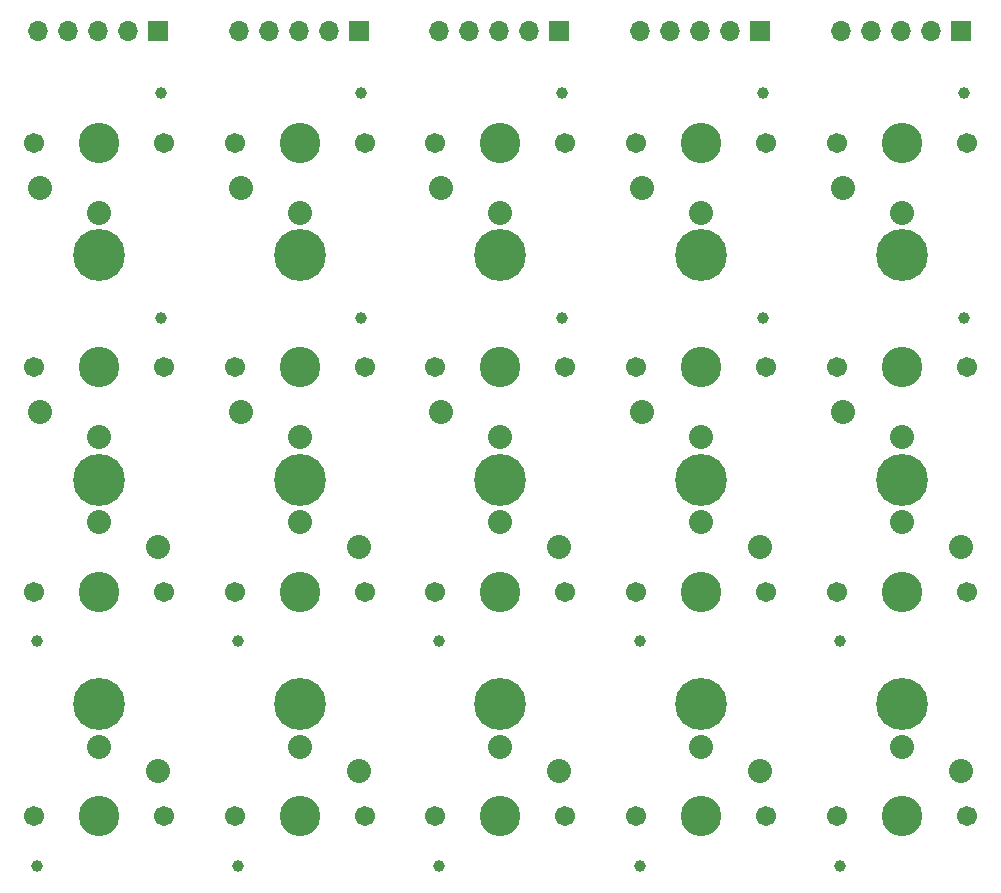
<source format=gts>
%MOIN*%
%OFA0B0*%
%FSLAX46Y46*%
%IPPOS*%
%LPD*%
%ADD10R,0.066929133858267723X0.066929133858267723*%
%ADD11O,0.066929133858267723X0.066929133858267723*%
%ADD12C,0.135*%
%ADD13C,0.08*%
%ADD14C,0.039000000000000007*%
%ADD15C,0.067*%
%ADD16C,0.17322834645669294*%
%ADD27R,0.066929133858267723X0.066929133858267723*%
%ADD28O,0.066929133858267723X0.066929133858267723*%
%ADD29C,0.135*%
%ADD30C,0.08*%
%ADD31C,0.039000000000000007*%
%ADD32C,0.067*%
%ADD33C,0.17322834645669294*%
%ADD34R,0.066929133858267723X0.066929133858267723*%
%ADD35O,0.066929133858267723X0.066929133858267723*%
%ADD36C,0.135*%
%ADD37C,0.08*%
%ADD38C,0.039000000000000007*%
%ADD39C,0.067*%
%ADD40C,0.17322834645669294*%
%ADD41R,0.066929133858267723X0.066929133858267723*%
%ADD42O,0.066929133858267723X0.066929133858267723*%
%ADD43C,0.135*%
%ADD44C,0.08*%
%ADD45C,0.039000000000000007*%
%ADD46C,0.067*%
%ADD47C,0.17322834645669294*%
%ADD48R,0.066929133858267723X0.066929133858267723*%
%ADD49O,0.066929133858267723X0.066929133858267723*%
%ADD50C,0.135*%
%ADD51C,0.08*%
%ADD52C,0.039000000000000007*%
%ADD53C,0.067*%
%ADD54C,0.17322834645669294*%
G01*
D10*
X-0005905511Y0004114173D02*
X0000492125Y0002913385D03*
D11*
X0000392125Y0002913385D03*
X0000292125Y0002913385D03*
X0000192125Y0002913385D03*
X0000092125Y0002913385D03*
D12*
X0000295275Y0002539370D03*
D13*
X0000098425Y0002389763D03*
X0000295275Y0002307086D03*
D14*
X0000500787Y0002704724D03*
D15*
X0000511811Y0002539370D03*
X0000078740Y0002539370D03*
D16*
X0000295275Y0000669291D03*
X0000295275Y0001417322D03*
X0000295275Y0002165354D03*
D12*
X0000295275Y0000295275D03*
D13*
X0000492125Y0000444881D03*
X0000295275Y0000527559D03*
D14*
X0000089763Y0000129921D03*
D15*
X0000078740Y0000295275D03*
X0000511811Y0000295275D03*
D12*
X0000295275Y0001043307D03*
D13*
X0000492125Y0001192913D03*
X0000295275Y0001275590D03*
D14*
X0000089763Y0000877952D03*
D15*
X0000078740Y0001043307D03*
X0000511811Y0001043307D03*
D12*
X0000295275Y0001791338D03*
D13*
X0000098425Y0001641732D03*
X0000295275Y0001559055D03*
D14*
X0000500787Y0001956692D03*
D15*
X0000511811Y0001791338D03*
X0000078740Y0001791338D03*
G04 next file*
G04 #@! TF.GenerationSoftware,KiCad,Pcbnew,7.0.2*
G04 #@! TF.CreationDate,2023-05-08T17:21:18+01:00*
G04 #@! TF.ProjectId,heron,6865726f-6e2e-46b6-9963-61645f706362,rev?*
G04 #@! TF.SameCoordinates,Original*
G04 #@! TF.FileFunction,Soldermask,Top*
G04 #@! TF.FilePolarity,Negative*
G04 Gerber Fmt 4.6, Leading zero omitted, Abs format (unit mm)*
G04 Created by KiCad (PCBNEW 7.0.2) date 2023-05-08 17:21:18*
G01*
G04 APERTURE LIST*
G04 APERTURE END LIST*
D27*
G04 #@! TO.C,J1*
X-0005236220Y0004114173D02*
X0001161417Y0002913385D03*
D28*
X0001061417Y0002913385D03*
X0000961417Y0002913385D03*
X0000861417Y0002913385D03*
X0000761417Y0002913385D03*
G04 #@! TD*
D29*
G04 #@! TO.C,SW1*
X0000964566Y0002539370D03*
D30*
X0000767716Y0002389763D03*
X0000964566Y0002307086D03*
D31*
X0001170078Y0002704724D03*
D32*
X0001181102Y0002539370D03*
X0000748031Y0002539370D03*
G04 #@! TD*
D33*
G04 #@! TO.C,H3*
X0000964566Y0000669291D03*
G04 #@! TD*
G04 #@! TO.C,H2*
X0000964566Y0001417322D03*
G04 #@! TD*
G04 #@! TO.C,H1*
X0000964566Y0002165354D03*
G04 #@! TD*
D29*
G04 #@! TO.C,SW4*
X0000964566Y0000295275D03*
D30*
X0001161417Y0000444881D03*
X0000964566Y0000527559D03*
D31*
X0000759055Y0000129921D03*
D32*
X0000748031Y0000295275D03*
X0001181102Y0000295275D03*
G04 #@! TD*
D29*
G04 #@! TO.C,SW3*
X0000964566Y0001043307D03*
D30*
X0001161417Y0001192913D03*
X0000964566Y0001275590D03*
D31*
X0000759055Y0000877952D03*
D32*
X0000748031Y0001043307D03*
X0001181102Y0001043307D03*
G04 #@! TD*
D29*
G04 #@! TO.C,SW2*
X0000964566Y0001791338D03*
D30*
X0000767716Y0001641732D03*
X0000964566Y0001559055D03*
D31*
X0001170078Y0001956692D03*
D32*
X0001181102Y0001791338D03*
X0000748031Y0001791338D03*
G04 #@! TD*
G04 next file*
G04 #@! TF.GenerationSoftware,KiCad,Pcbnew,7.0.2*
G04 #@! TF.CreationDate,2023-05-08T17:21:18+01:00*
G04 #@! TF.ProjectId,heron,6865726f-6e2e-46b6-9963-61645f706362,rev?*
G04 #@! TF.SameCoordinates,Original*
G04 #@! TF.FileFunction,Soldermask,Top*
G04 #@! TF.FilePolarity,Negative*
G04 Gerber Fmt 4.6, Leading zero omitted, Abs format (unit mm)*
G04 Created by KiCad (PCBNEW 7.0.2) date 2023-05-08 17:21:18*
G01*
G04 APERTURE LIST*
G04 APERTURE END LIST*
D34*
G04 #@! TO.C,J1*
X-0004566929Y0004114173D02*
X0001830708Y0002913385D03*
D35*
X0001730708Y0002913385D03*
X0001630708Y0002913385D03*
X0001530708Y0002913385D03*
X0001430708Y0002913385D03*
G04 #@! TD*
D36*
G04 #@! TO.C,SW1*
X0001633858Y0002539370D03*
D37*
X0001437007Y0002389763D03*
X0001633858Y0002307086D03*
D38*
X0001839370Y0002704724D03*
D39*
X0001850393Y0002539370D03*
X0001417322Y0002539370D03*
G04 #@! TD*
D40*
G04 #@! TO.C,H3*
X0001633858Y0000669291D03*
G04 #@! TD*
G04 #@! TO.C,H2*
X0001633858Y0001417322D03*
G04 #@! TD*
G04 #@! TO.C,H1*
X0001633858Y0002165354D03*
G04 #@! TD*
D36*
G04 #@! TO.C,SW4*
X0001633858Y0000295275D03*
D37*
X0001830708Y0000444881D03*
X0001633858Y0000527559D03*
D38*
X0001428346Y0000129921D03*
D39*
X0001417322Y0000295275D03*
X0001850393Y0000295275D03*
G04 #@! TD*
D36*
G04 #@! TO.C,SW3*
X0001633858Y0001043307D03*
D37*
X0001830708Y0001192913D03*
X0001633858Y0001275590D03*
D38*
X0001428346Y0000877952D03*
D39*
X0001417322Y0001043307D03*
X0001850393Y0001043307D03*
G04 #@! TD*
D36*
G04 #@! TO.C,SW2*
X0001633858Y0001791338D03*
D37*
X0001437007Y0001641732D03*
X0001633858Y0001559055D03*
D38*
X0001839370Y0001956692D03*
D39*
X0001850393Y0001791338D03*
X0001417322Y0001791338D03*
G04 #@! TD*
G04 next file*
G04 #@! TF.GenerationSoftware,KiCad,Pcbnew,7.0.2*
G04 #@! TF.CreationDate,2023-05-08T17:21:18+01:00*
G04 #@! TF.ProjectId,heron,6865726f-6e2e-46b6-9963-61645f706362,rev?*
G04 #@! TF.SameCoordinates,Original*
G04 #@! TF.FileFunction,Soldermask,Top*
G04 #@! TF.FilePolarity,Negative*
G04 Gerber Fmt 4.6, Leading zero omitted, Abs format (unit mm)*
G04 Created by KiCad (PCBNEW 7.0.2) date 2023-05-08 17:21:18*
G01*
G04 APERTURE LIST*
G04 APERTURE END LIST*
D41*
G04 #@! TO.C,J1*
X-0003897637Y0004114173D02*
X0002500000Y0002913385D03*
D42*
X0002400000Y0002913385D03*
X0002299999Y0002913385D03*
X0002199999Y0002913385D03*
X0002100000Y0002913385D03*
G04 #@! TD*
D43*
G04 #@! TO.C,SW1*
X0002303149Y0002539370D03*
D44*
X0002106299Y0002389763D03*
X0002303149Y0002307086D03*
D45*
X0002508661Y0002704724D03*
D46*
X0002519685Y0002539370D03*
X0002086614Y0002539370D03*
G04 #@! TD*
D47*
G04 #@! TO.C,H3*
X0002303149Y0000669291D03*
G04 #@! TD*
G04 #@! TO.C,H2*
X0002303149Y0001417322D03*
G04 #@! TD*
G04 #@! TO.C,H1*
X0002303149Y0002165354D03*
G04 #@! TD*
D43*
G04 #@! TO.C,SW4*
X0002303149Y0000295275D03*
D44*
X0002500000Y0000444881D03*
X0002303149Y0000527559D03*
D45*
X0002097637Y0000129921D03*
D46*
X0002086614Y0000295275D03*
X0002519685Y0000295275D03*
G04 #@! TD*
D43*
G04 #@! TO.C,SW3*
X0002303149Y0001043307D03*
D44*
X0002500000Y0001192913D03*
X0002303149Y0001275590D03*
D45*
X0002097637Y0000877952D03*
D46*
X0002086614Y0001043307D03*
X0002519685Y0001043307D03*
G04 #@! TD*
D43*
G04 #@! TO.C,SW2*
X0002303149Y0001791338D03*
D44*
X0002106299Y0001641732D03*
X0002303149Y0001559055D03*
D45*
X0002508661Y0001956692D03*
D46*
X0002519685Y0001791338D03*
X0002086614Y0001791338D03*
G04 #@! TD*
G04 next file*
G04 #@! TF.GenerationSoftware,KiCad,Pcbnew,7.0.2*
G04 #@! TF.CreationDate,2023-05-08T17:21:18+01:00*
G04 #@! TF.ProjectId,heron,6865726f-6e2e-46b6-9963-61645f706362,rev?*
G04 #@! TF.SameCoordinates,Original*
G04 #@! TF.FileFunction,Soldermask,Top*
G04 #@! TF.FilePolarity,Negative*
G04 Gerber Fmt 4.6, Leading zero omitted, Abs format (unit mm)*
G04 Created by KiCad (PCBNEW 7.0.2) date 2023-05-08 17:21:18*
G01*
G04 APERTURE LIST*
G04 APERTURE END LIST*
D48*
G04 #@! TO.C,J1*
X-0003228346Y0004114173D02*
X0003169291Y0002913385D03*
D49*
X0003069291Y0002913385D03*
X0002969291Y0002913385D03*
X0002869291Y0002913385D03*
X0002769291Y0002913385D03*
G04 #@! TD*
D50*
G04 #@! TO.C,SW1*
X0002972440Y0002539370D03*
D51*
X0002775590Y0002389763D03*
X0002972440Y0002307086D03*
D52*
X0003177952Y0002704724D03*
D53*
X0003188976Y0002539370D03*
X0002755905Y0002539370D03*
G04 #@! TD*
D54*
G04 #@! TO.C,H3*
X0002972440Y0000669291D03*
G04 #@! TD*
G04 #@! TO.C,H2*
X0002972440Y0001417322D03*
G04 #@! TD*
G04 #@! TO.C,H1*
X0002972440Y0002165354D03*
G04 #@! TD*
D50*
G04 #@! TO.C,SW4*
X0002972440Y0000295275D03*
D51*
X0003169291Y0000444881D03*
X0002972440Y0000527559D03*
D52*
X0002766929Y0000129921D03*
D53*
X0002755905Y0000295275D03*
X0003188976Y0000295275D03*
G04 #@! TD*
D50*
G04 #@! TO.C,SW3*
X0002972440Y0001043307D03*
D51*
X0003169291Y0001192913D03*
X0002972440Y0001275590D03*
D52*
X0002766929Y0000877952D03*
D53*
X0002755905Y0001043307D03*
X0003188976Y0001043307D03*
G04 #@! TD*
D50*
G04 #@! TO.C,SW2*
X0002972440Y0001791338D03*
D51*
X0002775590Y0001641732D03*
X0002972440Y0001559055D03*
D52*
X0003177952Y0001956692D03*
D53*
X0003188976Y0001791338D03*
X0002755905Y0001791338D03*
G04 #@! TD*
M02*
</source>
